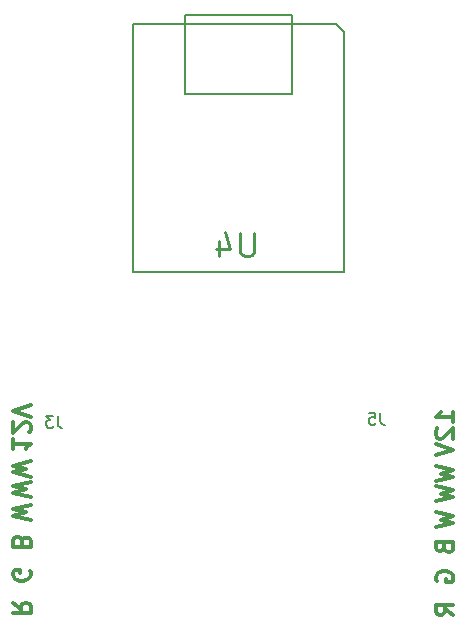
<source format=gbr>
%TF.GenerationSoftware,KiCad,Pcbnew,(6.0.6-0)*%
%TF.CreationDate,2025-03-25T10:56:26+01:00*%
%TF.ProjectId,5outputs,356f7574-7075-4747-932e-6b696361645f,rev?*%
%TF.SameCoordinates,Original*%
%TF.FileFunction,Legend,Bot*%
%TF.FilePolarity,Positive*%
%FSLAX46Y46*%
G04 Gerber Fmt 4.6, Leading zero omitted, Abs format (unit mm)*
G04 Created by KiCad (PCBNEW (6.0.6-0)) date 2025-03-25 10:56:26*
%MOMM*%
%LPD*%
G01*
G04 APERTURE LIST*
%ADD10C,0.300000*%
%ADD11C,0.250000*%
%ADD12C,0.150000*%
%ADD13C,0.127000*%
G04 APERTURE END LIST*
D10*
X194393428Y-79672714D02*
X195107714Y-80172714D01*
X194393428Y-80529857D02*
X195893428Y-80529857D01*
X195893428Y-79958428D01*
X195822000Y-79815571D01*
X195750571Y-79744142D01*
X195607714Y-79672714D01*
X195393428Y-79672714D01*
X195250571Y-79744142D01*
X195179142Y-79815571D01*
X195107714Y-79958428D01*
X195107714Y-80529857D01*
X231691571Y-64349428D02*
X231691571Y-63492285D01*
X231691571Y-63920857D02*
X230191571Y-63920857D01*
X230405857Y-63778000D01*
X230548714Y-63635142D01*
X230620142Y-63492285D01*
X230334428Y-64920857D02*
X230263000Y-64992285D01*
X230191571Y-65135142D01*
X230191571Y-65492285D01*
X230263000Y-65635142D01*
X230334428Y-65706571D01*
X230477285Y-65778000D01*
X230620142Y-65778000D01*
X230834428Y-65706571D01*
X231691571Y-64849428D01*
X231691571Y-65778000D01*
X230191571Y-66206571D02*
X231691571Y-66706571D01*
X230191571Y-67206571D01*
X195179142Y-74441857D02*
X195107714Y-74227571D01*
X195036285Y-74156142D01*
X194893428Y-74084714D01*
X194679142Y-74084714D01*
X194536285Y-74156142D01*
X194464857Y-74227571D01*
X194393428Y-74370428D01*
X194393428Y-74941857D01*
X195893428Y-74941857D01*
X195893428Y-74441857D01*
X195822000Y-74299000D01*
X195750571Y-74227571D01*
X195607714Y-74156142D01*
X195464857Y-74156142D01*
X195322000Y-74227571D01*
X195250571Y-74299000D01*
X195179142Y-74441857D01*
X195179142Y-74941857D01*
X231691571Y-80728285D02*
X230977285Y-80228285D01*
X231691571Y-79871142D02*
X230191571Y-79871142D01*
X230191571Y-80442571D01*
X230263000Y-80585428D01*
X230334428Y-80656857D01*
X230477285Y-80728285D01*
X230691571Y-80728285D01*
X230834428Y-80656857D01*
X230905857Y-80585428D01*
X230977285Y-80442571D01*
X230977285Y-79871142D01*
X195822000Y-76950142D02*
X195893428Y-77093000D01*
X195893428Y-77307285D01*
X195822000Y-77521571D01*
X195679142Y-77664428D01*
X195536285Y-77735857D01*
X195250571Y-77807285D01*
X195036285Y-77807285D01*
X194750571Y-77735857D01*
X194607714Y-77664428D01*
X194464857Y-77521571D01*
X194393428Y-77307285D01*
X194393428Y-77164428D01*
X194464857Y-76950142D01*
X194536285Y-76878714D01*
X195036285Y-76878714D01*
X195036285Y-77164428D01*
X195893428Y-72651857D02*
X194393428Y-72294714D01*
X195464857Y-72009000D01*
X194393428Y-71723285D01*
X195893428Y-71366142D01*
X230191571Y-72001142D02*
X231691571Y-72358285D01*
X230620142Y-72644000D01*
X231691571Y-72929714D01*
X230191571Y-73286857D01*
X230191571Y-68096000D02*
X231691571Y-68453142D01*
X230620142Y-68738857D01*
X231691571Y-69024571D01*
X230191571Y-69381714D01*
X230191571Y-69810285D02*
X231691571Y-70167428D01*
X230620142Y-70453142D01*
X231691571Y-70738857D01*
X230191571Y-71096000D01*
X230263000Y-77862857D02*
X230191571Y-77720000D01*
X230191571Y-77505714D01*
X230263000Y-77291428D01*
X230405857Y-77148571D01*
X230548714Y-77077142D01*
X230834428Y-77005714D01*
X231048714Y-77005714D01*
X231334428Y-77077142D01*
X231477285Y-77148571D01*
X231620142Y-77291428D01*
X231691571Y-77505714D01*
X231691571Y-77648571D01*
X231620142Y-77862857D01*
X231548714Y-77934285D01*
X231048714Y-77934285D01*
X231048714Y-77648571D01*
X230905857Y-75037142D02*
X230977285Y-75251428D01*
X231048714Y-75322857D01*
X231191571Y-75394285D01*
X231405857Y-75394285D01*
X231548714Y-75322857D01*
X231620142Y-75251428D01*
X231691571Y-75108571D01*
X231691571Y-74537142D01*
X230191571Y-74537142D01*
X230191571Y-75037142D01*
X230263000Y-75180000D01*
X230334428Y-75251428D01*
X230477285Y-75322857D01*
X230620142Y-75322857D01*
X230763000Y-75251428D01*
X230834428Y-75180000D01*
X230905857Y-75037142D01*
X230905857Y-74537142D01*
X195893428Y-70715000D02*
X194393428Y-70357857D01*
X195464857Y-70072142D01*
X194393428Y-69786428D01*
X195893428Y-69429285D01*
X195893428Y-69000714D02*
X194393428Y-68643571D01*
X195464857Y-68357857D01*
X194393428Y-68072142D01*
X195893428Y-67715000D01*
X194393428Y-65825571D02*
X194393428Y-66682714D01*
X194393428Y-66254142D02*
X195893428Y-66254142D01*
X195679142Y-66397000D01*
X195536285Y-66539857D01*
X195464857Y-66682714D01*
X195750571Y-65254142D02*
X195822000Y-65182714D01*
X195893428Y-65039857D01*
X195893428Y-64682714D01*
X195822000Y-64539857D01*
X195750571Y-64468428D01*
X195607714Y-64397000D01*
X195464857Y-64397000D01*
X195250571Y-64468428D01*
X194393428Y-65325571D01*
X194393428Y-64397000D01*
X195893428Y-63968428D02*
X194393428Y-63468428D01*
X195893428Y-62968428D01*
D11*
%TO.C,U4*%
X214791809Y-48351587D02*
X214791809Y-49970635D01*
X214696571Y-50161111D01*
X214601333Y-50256349D01*
X214410857Y-50351587D01*
X214029904Y-50351587D01*
X213839428Y-50256349D01*
X213744190Y-50161111D01*
X213648952Y-49970635D01*
X213648952Y-48351587D01*
X211839428Y-49018254D02*
X211839428Y-50351587D01*
X212315619Y-48256349D02*
X212791809Y-49684921D01*
X211553714Y-49684921D01*
D12*
%TO.C,J3*%
X198199333Y-63841380D02*
X198199333Y-64555666D01*
X198246952Y-64698523D01*
X198342190Y-64793761D01*
X198485047Y-64841380D01*
X198580285Y-64841380D01*
X197818380Y-63841380D02*
X197199333Y-63841380D01*
X197532666Y-64222333D01*
X197389809Y-64222333D01*
X197294571Y-64269952D01*
X197246952Y-64317571D01*
X197199333Y-64412809D01*
X197199333Y-64650904D01*
X197246952Y-64746142D01*
X197294571Y-64793761D01*
X197389809Y-64841380D01*
X197675523Y-64841380D01*
X197770761Y-64793761D01*
X197818380Y-64746142D01*
%TO.C,J5*%
X225504333Y-63587380D02*
X225504333Y-64301666D01*
X225551952Y-64444523D01*
X225647190Y-64539761D01*
X225790047Y-64587380D01*
X225885285Y-64587380D01*
X224551952Y-63587380D02*
X225028142Y-63587380D01*
X225075761Y-64063571D01*
X225028142Y-64015952D01*
X224932904Y-63968333D01*
X224694809Y-63968333D01*
X224599571Y-64015952D01*
X224551952Y-64063571D01*
X224504333Y-64158809D01*
X224504333Y-64396904D01*
X224551952Y-64492142D01*
X224599571Y-64539761D01*
X224694809Y-64587380D01*
X224932904Y-64587380D01*
X225028142Y-64539761D01*
X225075761Y-64492142D01*
D13*
%TO.C,U4*%
X222392000Y-31347576D02*
X222392000Y-51676076D01*
X208997000Y-36604076D02*
X217996000Y-36604076D01*
X222392000Y-51676076D02*
X204592000Y-51676076D01*
X221720459Y-30676076D02*
X222392000Y-31347576D01*
X204592000Y-30676076D02*
X221720459Y-30676076D01*
X208997000Y-29925425D02*
X208997000Y-36604076D01*
X217996000Y-36604076D02*
X217996000Y-29925425D01*
X204592000Y-51676076D02*
X204592000Y-30676076D01*
X217996000Y-29925425D02*
X208997000Y-29925425D01*
%TD*%
M02*

</source>
